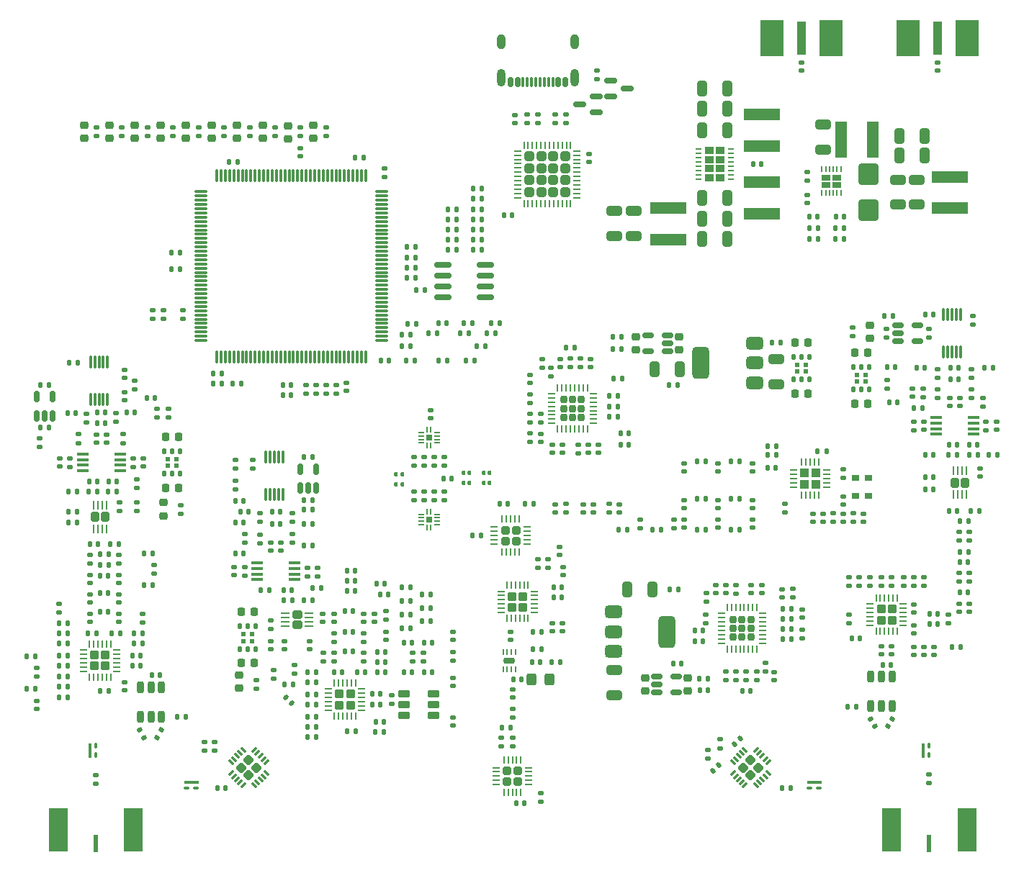
<source format=gtp>
G04 #@! TF.GenerationSoftware,KiCad,Pcbnew,8.0.0*
G04 #@! TF.CreationDate,2024-02-29T19:33:08-05:00*
G04 #@! TF.ProjectId,VNA,564e412e-6b69-4636-9164-5f7063625858,rev?*
G04 #@! TF.SameCoordinates,PX535a28cPY8422900*
G04 #@! TF.FileFunction,Paste,Top*
G04 #@! TF.FilePolarity,Positive*
%FSLAX46Y46*%
G04 Gerber Fmt 4.6, Leading zero omitted, Abs format (unit mm)*
G04 Created by KiCad (PCBNEW 8.0.0) date 2024-02-29 19:33:08*
%MOMM*%
%LPD*%
G01*
G04 APERTURE LIST*
G04 Aperture macros list*
%AMRoundRect*
0 Rectangle with rounded corners*
0 $1 Rounding radius*
0 $2 $3 $4 $5 $6 $7 $8 $9 X,Y pos of 4 corners*
0 Add a 4 corners polygon primitive as box body*
4,1,4,$2,$3,$4,$5,$6,$7,$8,$9,$2,$3,0*
0 Add four circle primitives for the rounded corners*
1,1,$1+$1,$2,$3*
1,1,$1+$1,$4,$5*
1,1,$1+$1,$6,$7*
1,1,$1+$1,$8,$9*
0 Add four rect primitives between the rounded corners*
20,1,$1+$1,$2,$3,$4,$5,0*
20,1,$1+$1,$4,$5,$6,$7,0*
20,1,$1+$1,$6,$7,$8,$9,0*
20,1,$1+$1,$8,$9,$2,$3,0*%
G04 Aperture macros list end*
%ADD10RoundRect,0.140000X-0.140000X-0.170000X0.140000X-0.170000X0.140000X0.170000X-0.140000X0.170000X0*%
%ADD11RoundRect,0.140000X0.170000X-0.140000X0.170000X0.140000X-0.170000X0.140000X-0.170000X-0.140000X0*%
%ADD12RoundRect,0.140000X-0.170000X0.140000X-0.170000X-0.140000X0.170000X-0.140000X0.170000X0.140000X0*%
%ADD13RoundRect,0.112500X-0.112500X0.202500X-0.112500X-0.202500X0.112500X-0.202500X0.112500X0.202500X0*%
%ADD14R,0.630000X0.480000*%
%ADD15RoundRect,0.135000X0.135000X0.185000X-0.135000X0.185000X-0.135000X-0.185000X0.135000X-0.185000X0*%
%ADD16RoundRect,0.135000X-0.135000X-0.185000X0.135000X-0.185000X0.135000X0.185000X-0.135000X0.185000X0*%
%ADD17RoundRect,0.135000X0.185000X-0.135000X0.185000X0.135000X-0.185000X0.135000X-0.185000X-0.135000X0*%
%ADD18RoundRect,0.147500X-0.172500X0.147500X-0.172500X-0.147500X0.172500X-0.147500X0.172500X0.147500X0*%
%ADD19RoundRect,0.140000X0.140000X0.170000X-0.140000X0.170000X-0.140000X-0.170000X0.140000X-0.170000X0*%
%ADD20RoundRect,0.150000X-0.512500X-0.150000X0.512500X-0.150000X0.512500X0.150000X-0.512500X0.150000X0*%
%ADD21RoundRect,0.250000X0.325000X0.650000X-0.325000X0.650000X-0.325000X-0.650000X0.325000X-0.650000X0*%
%ADD22RoundRect,0.135000X-0.185000X0.135000X-0.185000X-0.135000X0.185000X-0.135000X0.185000X0.135000X0*%
%ADD23RoundRect,0.225000X-0.225000X-0.250000X0.225000X-0.250000X0.225000X0.250000X-0.225000X0.250000X0*%
%ADD24R,1.400000X4.200000*%
%ADD25RoundRect,0.250000X0.255000X0.255000X-0.255000X0.255000X-0.255000X-0.255000X0.255000X-0.255000X0*%
%ADD26RoundRect,0.062500X0.350000X0.062500X-0.350000X0.062500X-0.350000X-0.062500X0.350000X-0.062500X0*%
%ADD27RoundRect,0.062500X0.062500X0.350000X-0.062500X0.350000X-0.062500X-0.350000X0.062500X-0.350000X0*%
%ADD28RoundRect,0.225000X0.225000X0.250000X-0.225000X0.250000X-0.225000X-0.250000X0.225000X-0.250000X0*%
%ADD29RoundRect,0.147500X0.172500X-0.147500X0.172500X0.147500X-0.172500X0.147500X-0.172500X-0.147500X0*%
%ADD30RoundRect,0.250000X0.325000X0.450000X-0.325000X0.450000X-0.325000X-0.450000X0.325000X-0.450000X0*%
%ADD31RoundRect,0.200000X-0.500000X-0.200000X0.500000X-0.200000X0.500000X0.200000X-0.500000X0.200000X0*%
%ADD32RoundRect,0.105975X0.105975X-0.179475X0.105975X0.179475X-0.105975X0.179475X-0.105975X-0.179475X0*%
%ADD33RoundRect,0.218750X0.256250X-0.218750X0.256250X0.218750X-0.256250X0.218750X-0.256250X-0.218750X0*%
%ADD34RoundRect,0.150000X0.150000X0.425000X-0.150000X0.425000X-0.150000X-0.425000X0.150000X-0.425000X0*%
%ADD35RoundRect,0.075000X0.075000X0.500000X-0.075000X0.500000X-0.075000X-0.500000X0.075000X-0.500000X0*%
%ADD36O,1.000000X2.100000*%
%ADD37O,1.000000X1.800000*%
%ADD38RoundRect,0.075000X0.075000X-0.662500X0.075000X0.662500X-0.075000X0.662500X-0.075000X-0.662500X0*%
%ADD39RoundRect,0.075000X0.662500X-0.075000X0.662500X0.075000X-0.662500X0.075000X-0.662500X-0.075000X0*%
%ADD40RoundRect,0.225000X-0.250000X0.225000X-0.250000X-0.225000X0.250000X-0.225000X0.250000X0.225000X0*%
%ADD41RoundRect,0.250000X0.650000X-0.325000X0.650000X0.325000X-0.650000X0.325000X-0.650000X-0.325000X0*%
%ADD42RoundRect,0.242500X0.342500X0.242500X-0.342500X0.242500X-0.342500X-0.242500X0.342500X-0.242500X0*%
%ADD43RoundRect,0.062500X0.412500X0.062500X-0.412500X0.062500X-0.412500X-0.062500X0.412500X-0.062500X0*%
%ADD44R,1.450000X0.450000*%
%ADD45RoundRect,0.147500X0.147500X0.172500X-0.147500X0.172500X-0.147500X-0.172500X0.147500X-0.172500X0*%
%ADD46R,4.200000X1.400000*%
%ADD47RoundRect,0.147500X-0.147500X-0.172500X0.147500X-0.172500X0.147500X0.172500X-0.147500X0.172500X0*%
%ADD48R,1.000000X0.640000*%
%ADD49R,0.250000X0.700000*%
%ADD50RoundRect,0.140000X0.219203X0.021213X0.021213X0.219203X-0.219203X-0.021213X-0.021213X-0.219203X0*%
%ADD51RoundRect,0.207500X0.207500X-0.207500X0.207500X0.207500X-0.207500X0.207500X-0.207500X-0.207500X0*%
%ADD52RoundRect,0.062500X0.062500X-0.375000X0.062500X0.375000X-0.062500X0.375000X-0.062500X-0.375000X0*%
%ADD53RoundRect,0.062500X0.375000X-0.062500X0.375000X0.062500X-0.375000X0.062500X-0.375000X-0.062500X0*%
%ADD54RoundRect,0.150000X0.587500X0.150000X-0.587500X0.150000X-0.587500X-0.150000X0.587500X-0.150000X0*%
%ADD55RoundRect,0.225000X0.250000X-0.225000X0.250000X0.225000X-0.250000X0.225000X-0.250000X-0.225000X0*%
%ADD56RoundRect,0.250000X-0.275000X0.275000X-0.275000X-0.275000X0.275000X-0.275000X0.275000X0.275000X0*%
%ADD57RoundRect,0.062500X-0.062500X0.350000X-0.062500X-0.350000X0.062500X-0.350000X0.062500X0.350000X0*%
%ADD58RoundRect,0.062500X-0.350000X0.062500X-0.350000X-0.062500X0.350000X-0.062500X0.350000X0.062500X0*%
%ADD59RoundRect,0.242500X0.242500X-0.342500X0.242500X0.342500X-0.242500X0.342500X-0.242500X-0.342500X0*%
%ADD60RoundRect,0.062500X0.062500X-0.412500X0.062500X0.412500X-0.062500X0.412500X-0.062500X-0.412500X0*%
%ADD61RoundRect,0.135000X-0.092715X0.209413X-0.227715X-0.024413X0.092715X-0.209413X0.227715X0.024413X0*%
%ADD62RoundRect,0.250000X0.315000X-0.315000X0.315000X0.315000X-0.315000X0.315000X-0.315000X-0.315000X0*%
%ADD63R,0.600000X2.100000*%
%ADD64R,2.286000X5.080000*%
%ADD65RoundRect,0.207500X-0.207500X0.207500X-0.207500X-0.207500X0.207500X-0.207500X0.207500X0.207500X0*%
%ADD66RoundRect,0.062500X-0.062500X0.375000X-0.062500X-0.375000X0.062500X-0.375000X0.062500X0.375000X0*%
%ADD67RoundRect,0.062500X-0.375000X0.062500X-0.375000X-0.062500X0.375000X-0.062500X0.375000X0.062500X0*%
%ADD68RoundRect,0.075000X0.075000X-0.650000X0.075000X0.650000X-0.075000X0.650000X-0.075000X-0.650000X0*%
%ADD69RoundRect,0.140000X-0.021213X0.219203X-0.219203X0.021213X0.021213X-0.219203X0.219203X-0.021213X0*%
%ADD70RoundRect,0.187500X0.262500X-0.187500X0.262500X0.187500X-0.262500X0.187500X-0.262500X-0.187500X0*%
%ADD71RoundRect,0.250000X-0.255000X-0.255000X0.255000X-0.255000X0.255000X0.255000X-0.255000X0.255000X0*%
%ADD72RoundRect,0.062500X-0.350000X-0.062500X0.350000X-0.062500X0.350000X0.062500X-0.350000X0.062500X0*%
%ADD73RoundRect,0.062500X-0.062500X-0.350000X0.062500X-0.350000X0.062500X0.350000X-0.062500X0.350000X0*%
%ADD74RoundRect,0.150000X0.150000X-0.512500X0.150000X0.512500X-0.150000X0.512500X-0.150000X-0.512500X0*%
%ADD75RoundRect,0.250000X-0.275000X-0.275000X0.275000X-0.275000X0.275000X0.275000X-0.275000X0.275000X0*%
%ADD76RoundRect,0.075000X0.225000X0.075000X-0.225000X0.075000X-0.225000X-0.075000X0.225000X-0.075000X0*%
%ADD77RoundRect,0.087500X0.762500X0.087500X-0.762500X0.087500X-0.762500X-0.087500X0.762500X-0.087500X0*%
%ADD78RoundRect,0.250000X-0.650000X0.325000X-0.650000X-0.325000X0.650000X-0.325000X0.650000X0.325000X0*%
%ADD79RoundRect,0.150000X0.512500X0.150000X-0.512500X0.150000X-0.512500X-0.150000X0.512500X-0.150000X0*%
%ADD80RoundRect,0.112500X0.112500X-0.202500X0.112500X0.202500X-0.112500X0.202500X-0.112500X-0.202500X0*%
%ADD81RoundRect,0.075000X-0.075000X0.225000X-0.075000X-0.225000X0.075000X-0.225000X0.075000X0.225000X0*%
%ADD82RoundRect,0.087500X-0.087500X0.762500X-0.087500X-0.762500X0.087500X-0.762500X0.087500X0.762500X0*%
%ADD83RoundRect,0.135000X-0.227715X0.024413X-0.092715X-0.209413X0.227715X-0.024413X0.092715X0.209413X0*%
%ADD84R,1.000000X4.000000*%
%ADD85R,2.667000X4.191000*%
%ADD86RoundRect,0.250000X0.900000X-1.000000X0.900000X1.000000X-0.900000X1.000000X-0.900000X-1.000000X0*%
%ADD87RoundRect,0.100000X0.000000X-0.244000X0.000000X0.244000X0.000000X0.244000X0.000000X-0.244000X0*%
%ADD88RoundRect,0.100000X0.244000X0.000000X-0.244000X0.000000X-0.244000X0.000000X0.244000X0.000000X0*%
%ADD89R,0.760000X0.760000*%
%ADD90RoundRect,0.375000X0.625000X0.375000X-0.625000X0.375000X-0.625000X-0.375000X0.625000X-0.375000X0*%
%ADD91RoundRect,0.500000X0.500000X1.400000X-0.500000X1.400000X-0.500000X-1.400000X0.500000X-1.400000X0*%
%ADD92RoundRect,0.150000X0.825000X0.150000X-0.825000X0.150000X-0.825000X-0.150000X0.825000X-0.150000X0*%
%ADD93RoundRect,0.182500X-0.462500X0.182500X-0.462500X-0.182500X0.462500X-0.182500X0.462500X0.182500X0*%
%ADD94RoundRect,0.062500X-0.062500X0.300000X-0.062500X-0.300000X0.062500X-0.300000X0.062500X0.300000X0*%
%ADD95RoundRect,0.100000X0.000000X0.244000X0.000000X-0.244000X0.000000X-0.244000X0.000000X0.244000X0*%
%ADD96RoundRect,0.100000X-0.244000X0.000000X0.244000X0.000000X0.244000X0.000000X-0.244000X0.000000X0*%
%ADD97RoundRect,0.200000X-0.200000X0.500000X-0.200000X-0.500000X0.200000X-0.500000X0.200000X0.500000X0*%
%ADD98RoundRect,0.150000X-0.587500X-0.150000X0.587500X-0.150000X0.587500X0.150000X-0.587500X0.150000X0*%
%ADD99RoundRect,0.250000X0.000000X-0.360624X0.360624X0.000000X0.000000X0.360624X-0.360624X0.000000X0*%
%ADD100RoundRect,0.062500X-0.203293X-0.291682X0.291682X0.203293X0.203293X0.291682X-0.291682X-0.203293X0*%
%ADD101RoundRect,0.062500X0.203293X-0.291682X0.291682X-0.203293X-0.203293X0.291682X-0.291682X0.203293X0*%
%ADD102R,1.000000X0.860000*%
%ADD103R,0.700000X0.250000*%
%ADD104RoundRect,0.250000X0.295000X0.295000X-0.295000X0.295000X-0.295000X-0.295000X0.295000X-0.295000X0*%
%ADD105RoundRect,0.062500X0.337500X0.062500X-0.337500X0.062500X-0.337500X-0.062500X0.337500X-0.062500X0*%
%ADD106RoundRect,0.062500X0.062500X0.337500X-0.062500X0.337500X-0.062500X-0.337500X0.062500X-0.337500X0*%
%ADD107RoundRect,0.140000X0.021213X-0.219203X0.219203X-0.021213X-0.021213X0.219203X-0.219203X0.021213X0*%
%ADD108RoundRect,0.375000X-0.625000X-0.375000X0.625000X-0.375000X0.625000X0.375000X-0.625000X0.375000X0*%
%ADD109RoundRect,0.500000X-0.500000X-1.400000X0.500000X-1.400000X0.500000X1.400000X-0.500000X1.400000X0*%
G04 APERTURE END LIST*
D10*
X16520000Y23800000D03*
X17480000Y23800000D03*
D11*
X64000000Y31520000D03*
X64000000Y32480000D03*
D12*
X85200000Y43780000D03*
X85200000Y42820000D03*
D13*
X95950000Y56340000D03*
X95000000Y56340000D03*
X94050000Y56340000D03*
X94050000Y53660000D03*
X95000000Y53660000D03*
X95950000Y53660000D03*
D14*
X95525000Y55400000D03*
X94475000Y55400000D03*
X95525000Y54600000D03*
X94475000Y54600000D03*
D15*
X87710000Y44000000D03*
X86690000Y44000000D03*
D16*
X41590000Y12300000D03*
X42610000Y12300000D03*
D17*
X51800000Y39490000D03*
X51800000Y40510000D03*
D18*
X44790000Y26115000D03*
X44790000Y25145000D03*
D19*
X50680000Y64200000D03*
X49720000Y64200000D03*
D20*
X106362500Y60050000D03*
X106362500Y59100000D03*
X106362500Y58150000D03*
X108637500Y58150000D03*
X108637500Y60050000D03*
D11*
X95700000Y74420000D03*
X95700000Y75380000D03*
D21*
X86275000Y72600000D03*
X83325000Y72600000D03*
D19*
X42230000Y21650000D03*
X41270000Y21650000D03*
D22*
X22300000Y61810000D03*
X22300000Y60790000D03*
D19*
X8680000Y23800000D03*
X7720000Y23800000D03*
D23*
X29125000Y26300000D03*
X30675000Y26300000D03*
D10*
X63420000Y21900000D03*
X64380000Y21900000D03*
D19*
X49180000Y22700000D03*
X48220000Y22700000D03*
D10*
X109520000Y42200000D03*
X110480000Y42200000D03*
X16520000Y22600000D03*
X17480000Y22600000D03*
D12*
X40300000Y52980000D03*
X40300000Y52020000D03*
D16*
X47990000Y26000000D03*
X49010000Y26000000D03*
D24*
X99650000Y81900000D03*
X103350000Y81900000D03*
D25*
X61625000Y6375000D03*
X61625000Y7625000D03*
X60375000Y6375000D03*
X60375000Y7625000D03*
D26*
X62937500Y6000000D03*
X62937500Y6500000D03*
X62937500Y7000000D03*
X62937500Y7500000D03*
X62937500Y8000000D03*
D27*
X62000000Y8937500D03*
X61500000Y8937500D03*
X61000000Y8937500D03*
X60500000Y8937500D03*
X60000000Y8937500D03*
D26*
X59062500Y8000000D03*
X59062500Y7500000D03*
X59062500Y7000000D03*
X59062500Y6500000D03*
X59062500Y6000000D03*
D27*
X60000000Y5062500D03*
X60500000Y5062500D03*
X61000000Y5062500D03*
X61500000Y5062500D03*
X62000000Y5062500D03*
D10*
X5520000Y53000000D03*
X6480000Y53000000D03*
D17*
X54000000Y20590000D03*
X54000000Y21610000D03*
D28*
X102775000Y56800000D03*
X101225000Y56800000D03*
D10*
X48620000Y66800000D03*
X49580000Y66800000D03*
D15*
X4910000Y17300000D03*
X3890000Y17300000D03*
D19*
X83980000Y17100000D03*
X83020000Y17100000D03*
D15*
X8710000Y17500000D03*
X7690000Y17500000D03*
D11*
X66600000Y55120000D03*
X66600000Y56080000D03*
D19*
X49180000Y19200000D03*
X48220000Y19200000D03*
D21*
X109475000Y80000000D03*
X106525000Y80000000D03*
D22*
X84000000Y10110000D03*
X84000000Y9090000D03*
D15*
X35210000Y17800000D03*
X34190000Y17800000D03*
D12*
X15400000Y52180000D03*
X15400000Y51220000D03*
D11*
X5100000Y14920000D03*
X5100000Y15880000D03*
D29*
X40000000Y25115000D03*
X40000000Y26085000D03*
D22*
X64000000Y84810000D03*
X64000000Y83790000D03*
D15*
X87710000Y39600000D03*
X86690000Y39600000D03*
D11*
X46100000Y25420000D03*
X46100000Y26380000D03*
D12*
X73600000Y38980000D03*
X73600000Y38020000D03*
D11*
X61300000Y83820000D03*
X61300000Y84780000D03*
D12*
X64468900Y56023600D03*
X64468900Y55063600D03*
D22*
X22000000Y38910000D03*
X22000000Y37890000D03*
D21*
X86275000Y87900000D03*
X83325000Y87900000D03*
D15*
X101410000Y15200000D03*
X100390000Y15200000D03*
D11*
X96300000Y36920000D03*
X96300000Y37880000D03*
D10*
X105020000Y55100000D03*
X105980000Y55100000D03*
D30*
X65325000Y18400000D03*
X63275000Y18400000D03*
D22*
X15100000Y83310000D03*
X15100000Y82290000D03*
D12*
X54000000Y18580000D03*
X54000000Y17620000D03*
D11*
X104400000Y21320000D03*
X104400000Y22280000D03*
D10*
X8720000Y49700000D03*
X9680000Y49700000D03*
D16*
X92790000Y23100000D03*
X93810000Y23100000D03*
D15*
X115710000Y44800000D03*
X114690000Y44800000D03*
D19*
X64280000Y20400000D03*
X63320000Y20400000D03*
D17*
X16600000Y52490000D03*
X16600000Y53510000D03*
X72400000Y37990000D03*
X72400000Y39010000D03*
D10*
X112520000Y53700000D03*
X113480000Y53700000D03*
D16*
X44890000Y12200000D03*
X45910000Y12200000D03*
D19*
X42480000Y30000000D03*
X41520000Y30000000D03*
D12*
X65700000Y45980000D03*
X65700000Y45020000D03*
D31*
X48285000Y14150000D03*
X48285000Y15400000D03*
X48285000Y16650000D03*
X51715000Y16650000D03*
X51715000Y15400000D03*
X51715000Y14150000D03*
D11*
X11300000Y25120000D03*
X11300000Y26080000D03*
X110000000Y6220000D03*
X110000000Y7180000D03*
D10*
X15620000Y49800000D03*
X16580000Y49800000D03*
D11*
X54000000Y12920000D03*
X54000000Y13880000D03*
D16*
X50390000Y25200000D03*
X51410000Y25200000D03*
D12*
X60800000Y23980000D03*
X60800000Y23020000D03*
D15*
X114610000Y37000000D03*
X113590000Y37000000D03*
D12*
X92700000Y28980000D03*
X92700000Y28020000D03*
D19*
X73380000Y50500000D03*
X72420000Y50500000D03*
D12*
X110600000Y22180000D03*
X110600000Y21220000D03*
D22*
X31300000Y37910000D03*
X31300000Y36890000D03*
D32*
X47350000Y41300400D03*
X48050000Y41300400D03*
X48050000Y42499600D03*
X47350000Y42499600D03*
D33*
X10620000Y82032500D03*
X10620000Y83607500D03*
D17*
X9000000Y43390000D03*
X9000000Y44410000D03*
D15*
X53310000Y55900000D03*
X52290000Y55900000D03*
D17*
X50600000Y39490000D03*
X50600000Y40510000D03*
D19*
X28678900Y79283600D03*
X27718900Y79283600D03*
D34*
X67198900Y88623600D03*
X66398900Y88623600D03*
D35*
X65248900Y88623600D03*
X64248900Y88623600D03*
X63748900Y88623600D03*
X62748900Y88623600D03*
D34*
X61598900Y88623600D03*
X60798900Y88623600D03*
X60798900Y88623600D03*
X61598900Y88623600D03*
D35*
X62248900Y88623600D03*
X63248900Y88623600D03*
X64748900Y88623600D03*
X65748900Y88623600D03*
D34*
X66398900Y88623600D03*
X67198900Y88623600D03*
D36*
X68318900Y89198600D03*
D37*
X68318900Y93378600D03*
D36*
X59678900Y89198600D03*
D37*
X59678900Y93378600D03*
D38*
X26250000Y56337500D03*
X26750000Y56337500D03*
X27250000Y56337500D03*
X27750000Y56337500D03*
X28250000Y56337500D03*
X28750000Y56337500D03*
X29250000Y56337500D03*
X29750000Y56337500D03*
X30250000Y56337500D03*
X30750000Y56337500D03*
X31250000Y56337500D03*
X31750000Y56337500D03*
X32250000Y56337500D03*
X32750000Y56337500D03*
X33250000Y56337500D03*
X33750000Y56337500D03*
X34250000Y56337500D03*
X34750000Y56337500D03*
X35250000Y56337500D03*
X35750000Y56337500D03*
X36250000Y56337500D03*
X36750000Y56337500D03*
X37250000Y56337500D03*
X37750000Y56337500D03*
X38250000Y56337500D03*
X38750000Y56337500D03*
X39250000Y56337500D03*
X39750000Y56337500D03*
X40250000Y56337500D03*
X40750000Y56337500D03*
X41250000Y56337500D03*
X41750000Y56337500D03*
X42250000Y56337500D03*
X42750000Y56337500D03*
X43250000Y56337500D03*
X43750000Y56337500D03*
D39*
X45662500Y58250000D03*
X45662500Y58750000D03*
X45662500Y59250000D03*
X45662500Y59750000D03*
X45662500Y60250000D03*
X45662500Y60750000D03*
X45662500Y61250000D03*
X45662500Y61750000D03*
X45662500Y62250000D03*
X45662500Y62750000D03*
X45662500Y63250000D03*
X45662500Y63750000D03*
X45662500Y64250000D03*
X45662500Y64750000D03*
X45662500Y65250000D03*
X45662500Y65750000D03*
X45662500Y66250000D03*
X45662500Y66750000D03*
X45662500Y67250000D03*
X45662500Y67750000D03*
X45662500Y68250000D03*
X45662500Y68750000D03*
X45662500Y69250000D03*
X45662500Y69750000D03*
X45662500Y70250000D03*
X45662500Y70750000D03*
X45662500Y71250000D03*
X45662500Y71750000D03*
X45662500Y72250000D03*
X45662500Y72750000D03*
X45662500Y73250000D03*
X45662500Y73750000D03*
X45662500Y74250000D03*
X45662500Y74750000D03*
X45662500Y75250000D03*
X45662500Y75750000D03*
D38*
X43750000Y77662500D03*
X43250000Y77662500D03*
X42750000Y77662500D03*
X42250000Y77662500D03*
X41750000Y77662500D03*
X41250000Y77662500D03*
X40750000Y77662500D03*
X40250000Y77662500D03*
X39750000Y77662500D03*
X39250000Y77662500D03*
X38750000Y77662500D03*
X38250000Y77662500D03*
X37750000Y77662500D03*
X37250000Y77662500D03*
X36750000Y77662500D03*
X36250000Y77662500D03*
X35750000Y77662500D03*
X35250000Y77662500D03*
X34750000Y77662500D03*
X34250000Y77662500D03*
X33750000Y77662500D03*
X33250000Y77662500D03*
X32750000Y77662500D03*
X32250000Y77662500D03*
X31750000Y77662500D03*
X31250000Y77662500D03*
X30750000Y77662500D03*
X30250000Y77662500D03*
X29750000Y77662500D03*
X29250000Y77662500D03*
X28750000Y77662500D03*
X28250000Y77662500D03*
X27750000Y77662500D03*
X27250000Y77662500D03*
X26750000Y77662500D03*
X26250000Y77662500D03*
D39*
X24337500Y75750000D03*
X24337500Y75250000D03*
X24337500Y74750000D03*
X24337500Y74250000D03*
X24337500Y73750000D03*
X24337500Y73250000D03*
X24337500Y72750000D03*
X24337500Y72250000D03*
X24337500Y71750000D03*
X24337500Y71250000D03*
X24337500Y70750000D03*
X24337500Y70250000D03*
X24337500Y69750000D03*
X24337500Y69250000D03*
X24337500Y68750000D03*
X24337500Y68250000D03*
X24337500Y67750000D03*
X24337500Y67250000D03*
X24337500Y66750000D03*
X24337500Y66250000D03*
X24337500Y65750000D03*
X24337500Y65250000D03*
X24337500Y64750000D03*
X24337500Y64250000D03*
X24337500Y63750000D03*
X24337500Y63250000D03*
X24337500Y62750000D03*
X24337500Y62250000D03*
X24337500Y61750000D03*
X24337500Y61250000D03*
X24337500Y60750000D03*
X24337500Y60250000D03*
X24337500Y59750000D03*
X24337500Y59250000D03*
X24337500Y58750000D03*
X24337500Y58250000D03*
D10*
X95920000Y72800000D03*
X96880000Y72800000D03*
D19*
X60480000Y39000000D03*
X59520000Y39000000D03*
D29*
X40000000Y22815000D03*
X40000000Y23785000D03*
D19*
X45980000Y29600000D03*
X45020000Y29600000D03*
D40*
X20000000Y39175000D03*
X20000000Y37625000D03*
D19*
X42480000Y31200000D03*
X41520000Y31200000D03*
X12180000Y41700000D03*
X11220000Y41700000D03*
D11*
X104400000Y29420000D03*
X104400000Y30380000D03*
D19*
X109180000Y50300000D03*
X108220000Y50300000D03*
D10*
X52920000Y42000000D03*
X53880000Y42000000D03*
D19*
X99980000Y72800000D03*
X99020000Y72800000D03*
D22*
X61000000Y11510000D03*
X61000000Y10490000D03*
D17*
X116300000Y50490000D03*
X116300000Y51510000D03*
D15*
X91998900Y44813600D03*
X90978900Y44813600D03*
D10*
X44920000Y13400000D03*
X45880000Y13400000D03*
D41*
X108500000Y74225000D03*
X108500000Y77175000D03*
D42*
X35700000Y24800000D03*
X35700000Y26000000D03*
D43*
X37100000Y24650000D03*
X37100000Y25150000D03*
X37100000Y25650000D03*
X37100000Y26150000D03*
X34300000Y26150000D03*
X34300000Y25650000D03*
X34300000Y25150000D03*
X34300000Y24650000D03*
D44*
X35400000Y30125000D03*
X35400000Y30775000D03*
X35400000Y31425000D03*
X35400000Y32075000D03*
X31000000Y32075000D03*
X31000000Y31425000D03*
X31000000Y30775000D03*
X31000000Y30125000D03*
D45*
X43685000Y19200000D03*
X42715000Y19200000D03*
D10*
X45120000Y19200000D03*
X46080000Y19200000D03*
D17*
X83800000Y27490000D03*
X83800000Y28510000D03*
X109400000Y29390000D03*
X109400000Y30410000D03*
D46*
X90300000Y81150000D03*
X90300000Y84850000D03*
D47*
X11115000Y23800000D03*
X12085000Y23800000D03*
D29*
X43500000Y25115000D03*
X43500000Y26085000D03*
D10*
X32720000Y38100000D03*
X33680000Y38100000D03*
D21*
X86275000Y83000000D03*
X83325000Y83000000D03*
D48*
X97905000Y76585000D03*
X99095000Y76585000D03*
X97905000Y77415000D03*
X99095000Y77415000D03*
D49*
X97375000Y75600000D03*
X97825000Y75600000D03*
X98275000Y75600000D03*
X98725000Y75600000D03*
X99175000Y75600000D03*
X99625000Y75600000D03*
X99625000Y78400000D03*
X99175000Y78400000D03*
X98725000Y78400000D03*
X98275000Y78400000D03*
X97825000Y78400000D03*
X97375000Y78400000D03*
D10*
X8820000Y36800000D03*
X9780000Y36800000D03*
D40*
X81600000Y18575000D03*
X81600000Y17025000D03*
D16*
X25790000Y53200000D03*
X26810000Y53200000D03*
D28*
X102775000Y50800000D03*
X101225000Y50800000D03*
D17*
X62700000Y83790000D03*
X62700000Y84810000D03*
D11*
X70200000Y55120000D03*
X70200000Y56080000D03*
D50*
X35039411Y15560589D03*
X34360589Y16239411D03*
D22*
X93000000Y39010000D03*
X93000000Y37990000D03*
D17*
X68700000Y44990000D03*
X68700000Y46010000D03*
D33*
X25620000Y82032500D03*
X25620000Y83607500D03*
D19*
X83380000Y22900000D03*
X82420000Y22900000D03*
D10*
X92720000Y5600000D03*
X93680000Y5600000D03*
D22*
X114700000Y35710000D03*
X114700000Y34690000D03*
D17*
X101800000Y29390000D03*
X101800000Y30410000D03*
D10*
X45120000Y20400000D03*
X46080000Y20400000D03*
D12*
X13300000Y47180000D03*
X13300000Y46220000D03*
D17*
X53000000Y43490000D03*
X53000000Y44510000D03*
D10*
X36920000Y11600000D03*
X37880000Y11600000D03*
D22*
X87300000Y29510000D03*
X87300000Y28490000D03*
D11*
X95100000Y25620000D03*
X95100000Y26580000D03*
D51*
X86970000Y23370000D03*
X88000000Y23370000D03*
X89030000Y23370000D03*
X86970000Y24400000D03*
X88000000Y24400000D03*
X89030000Y24400000D03*
X86970000Y25430000D03*
X88000000Y25430000D03*
X89030000Y25430000D03*
D52*
X86250000Y21962500D03*
X86750000Y21962500D03*
X87250000Y21962500D03*
X87750000Y21962500D03*
X88250000Y21962500D03*
X88750000Y21962500D03*
X89250000Y21962500D03*
X89750000Y21962500D03*
D53*
X90437500Y22650000D03*
X90437500Y23150000D03*
X90437500Y23650000D03*
X90437500Y24150000D03*
X90437500Y24650000D03*
X90437500Y25150000D03*
X90437500Y25650000D03*
X90437500Y26150000D03*
D52*
X89750000Y26837500D03*
X89250000Y26837500D03*
X88750000Y26837500D03*
X88250000Y26837500D03*
X87750000Y26837500D03*
X87250000Y26837500D03*
X86750000Y26837500D03*
X86250000Y26837500D03*
D53*
X85562500Y26150000D03*
X85562500Y25650000D03*
X85562500Y25150000D03*
X85562500Y24650000D03*
X85562500Y24150000D03*
X85562500Y23650000D03*
X85562500Y23150000D03*
X85562500Y22650000D03*
D54*
X70816400Y85063600D03*
X70816400Y86963600D03*
X68941400Y86013600D03*
D55*
X103000000Y58525000D03*
X103000000Y60075000D03*
D19*
X32380000Y28900000D03*
X31420000Y28900000D03*
D16*
X116990000Y44800000D03*
X118010000Y44800000D03*
X98990000Y71500000D03*
X100010000Y71500000D03*
D12*
X71100000Y45980000D03*
X71100000Y45020000D03*
D17*
X28400000Y40690000D03*
X28400000Y41710000D03*
D56*
X62250000Y28150000D03*
X60950000Y28150000D03*
X62250000Y26850000D03*
X60950000Y26850000D03*
D57*
X62850000Y29437500D03*
X62350000Y29437500D03*
X61850000Y29437500D03*
X61350000Y29437500D03*
X60850000Y29437500D03*
X60350000Y29437500D03*
D58*
X59662500Y28750000D03*
X59662500Y28250000D03*
X59662500Y27750000D03*
X59662500Y27250000D03*
X59662500Y26750000D03*
X59662500Y26250000D03*
D57*
X60350000Y25562500D03*
X60850000Y25562500D03*
X61350000Y25562500D03*
X61850000Y25562500D03*
X62350000Y25562500D03*
X62850000Y25562500D03*
D58*
X63537500Y26250000D03*
X63537500Y26750000D03*
X63537500Y27250000D03*
X63537500Y27750000D03*
X63537500Y28250000D03*
X63537500Y28750000D03*
D29*
X114700000Y29915000D03*
X114700000Y30885000D03*
D11*
X89200000Y36220000D03*
X89200000Y37180000D03*
D22*
X50600000Y44510000D03*
X50600000Y43490000D03*
D12*
X69300000Y38980000D03*
X69300000Y38020000D03*
D59*
X113000000Y41500000D03*
X114200000Y41500000D03*
D60*
X112850000Y40100000D03*
X113350000Y40100000D03*
X113850000Y40100000D03*
X114350000Y40100000D03*
X114350000Y42900000D03*
X113850000Y42900000D03*
X113350000Y42900000D03*
X112850000Y42900000D03*
D29*
X11300000Y27415000D03*
X11300000Y28385000D03*
D16*
X72890000Y53800000D03*
X73910000Y53800000D03*
D19*
X13480000Y26300000D03*
X12520000Y26300000D03*
D32*
X55250000Y41500400D03*
X55950000Y41500400D03*
X55950000Y42699600D03*
X55250000Y42699600D03*
D10*
X110020000Y26100000D03*
X110980000Y26100000D03*
X28120000Y53200000D03*
X29080000Y53200000D03*
D11*
X14800000Y38220000D03*
X14800000Y39180000D03*
D12*
X97500000Y37880000D03*
X97500000Y36920000D03*
D17*
X20000000Y60790000D03*
X20000000Y61810000D03*
D10*
X109520000Y61300000D03*
X110480000Y61300000D03*
D55*
X75500000Y57125000D03*
X75500000Y58675000D03*
D15*
X49510000Y55900000D03*
X48490000Y55900000D03*
D11*
X108200000Y29420000D03*
X108200000Y30380000D03*
D10*
X50620000Y22700000D03*
X51580000Y22700000D03*
D61*
X19755000Y12441673D03*
X19245000Y11558327D03*
D45*
X62085000Y18400000D03*
X61115000Y18400000D03*
D62*
X63000000Y75700000D03*
X64400000Y75700000D03*
X65800000Y75700000D03*
X67200000Y75700000D03*
X63000000Y77100000D03*
X64400000Y77100000D03*
X65800000Y77100000D03*
X67200000Y77100000D03*
X63000000Y78500000D03*
X64400000Y78500000D03*
X65800000Y78500000D03*
X67200000Y78500000D03*
X63000000Y79900000D03*
X64400000Y79900000D03*
X65800000Y79900000D03*
X67200000Y79900000D03*
D52*
X62350000Y74362500D03*
X62850000Y74362500D03*
X63350000Y74362500D03*
X63850000Y74362500D03*
X64350000Y74362500D03*
X64850000Y74362500D03*
X65350000Y74362500D03*
X65850000Y74362500D03*
X66350000Y74362500D03*
X66850000Y74362500D03*
X67350000Y74362500D03*
X67850000Y74362500D03*
D53*
X68537500Y75050000D03*
X68537500Y75550000D03*
X68537500Y76050000D03*
X68537500Y76550000D03*
X68537500Y77050000D03*
X68537500Y77550000D03*
X68537500Y78050000D03*
X68537500Y78550000D03*
X68537500Y79050000D03*
X68537500Y79550000D03*
X68537500Y80050000D03*
X68537500Y80550000D03*
D52*
X67850000Y81237500D03*
X67350000Y81237500D03*
X66850000Y81237500D03*
X66350000Y81237500D03*
X65850000Y81237500D03*
X65350000Y81237500D03*
X64850000Y81237500D03*
X64350000Y81237500D03*
X63850000Y81237500D03*
X63350000Y81237500D03*
X62850000Y81237500D03*
X62350000Y81237500D03*
D53*
X61662500Y80550000D03*
X61662500Y80050000D03*
X61662500Y79550000D03*
X61662500Y79050000D03*
X61662500Y78550000D03*
X61662500Y78050000D03*
X61662500Y77550000D03*
X61662500Y77050000D03*
X61662500Y76550000D03*
X61662500Y76050000D03*
X61662500Y75550000D03*
X61662500Y75050000D03*
D15*
X14510000Y40500000D03*
X13490000Y40500000D03*
D11*
X12000000Y6120000D03*
X12000000Y7080000D03*
D17*
X108200000Y47690000D03*
X108200000Y48710000D03*
D16*
X48588900Y69253600D03*
X49608900Y69253600D03*
D12*
X46100000Y23980000D03*
X46100000Y23020000D03*
D63*
X12000000Y-900000D03*
D64*
X7580400Y665400D03*
X16419600Y665400D03*
D19*
X64380000Y24000000D03*
X63420000Y24000000D03*
D16*
X47990000Y58900000D03*
X49010000Y58900000D03*
D65*
X69080000Y51280000D03*
X68050000Y51280000D03*
X67020000Y51280000D03*
X69080000Y50250000D03*
X68050000Y50250000D03*
X67020000Y50250000D03*
X69080000Y49220000D03*
X68050000Y49220000D03*
X67020000Y49220000D03*
D66*
X69800000Y52687500D03*
X69300000Y52687500D03*
X68800000Y52687500D03*
X68300000Y52687500D03*
X67800000Y52687500D03*
X67300000Y52687500D03*
X66800000Y52687500D03*
X66300000Y52687500D03*
D67*
X65612500Y52000000D03*
X65612500Y51500000D03*
X65612500Y51000000D03*
X65612500Y50500000D03*
X65612500Y50000000D03*
X65612500Y49500000D03*
X65612500Y49000000D03*
X65612500Y48500000D03*
D66*
X66300000Y47812500D03*
X66800000Y47812500D03*
X67300000Y47812500D03*
X67800000Y47812500D03*
X68300000Y47812500D03*
X68800000Y47812500D03*
X69300000Y47812500D03*
X69800000Y47812500D03*
D67*
X70487500Y48500000D03*
X70487500Y49000000D03*
X70487500Y49500000D03*
X70487500Y50000000D03*
X70487500Y50500000D03*
X70487500Y51000000D03*
X70487500Y51500000D03*
X70487500Y52000000D03*
D15*
X54410000Y70100000D03*
X53390000Y70100000D03*
D23*
X29125000Y20300000D03*
X30675000Y20300000D03*
D12*
X64300000Y47280000D03*
X64300000Y46320000D03*
X109400000Y22180000D03*
X109400000Y21220000D03*
D11*
X112300000Y25020000D03*
X112300000Y25980000D03*
D22*
X36900000Y31510000D03*
X36900000Y30490000D03*
D15*
X49010000Y27600000D03*
X47990000Y27600000D03*
D11*
X70000000Y79220000D03*
X70000000Y80180000D03*
D19*
X29380000Y39400000D03*
X28420000Y39400000D03*
D17*
X101000000Y58790000D03*
X101000000Y59810000D03*
D22*
X111000000Y52510000D03*
X111000000Y51490000D03*
D15*
X57410000Y76100000D03*
X56390000Y76100000D03*
D68*
X32000000Y40100000D03*
X32500000Y40100000D03*
X33000000Y40100000D03*
X33500000Y40100000D03*
X34000000Y40100000D03*
X34000000Y44500000D03*
X33500000Y44500000D03*
X33000000Y44500000D03*
X32500000Y44500000D03*
X32000000Y44500000D03*
D69*
X85239411Y8280829D03*
X84560589Y7602007D03*
D22*
X115100000Y61110000D03*
X115100000Y60090000D03*
D15*
X56510000Y55900000D03*
X55490000Y55900000D03*
D13*
X102950000Y55140000D03*
X102000000Y55140000D03*
X101050000Y55140000D03*
X101050000Y52460000D03*
X102000000Y52460000D03*
X102950000Y52460000D03*
D14*
X102525000Y54200000D03*
X101475000Y54200000D03*
X102525000Y53400000D03*
X101475000Y53400000D03*
D19*
X8680000Y20000000D03*
X7720000Y20000000D03*
D15*
X63510000Y39000000D03*
X62490000Y39000000D03*
D10*
X88020000Y17000000D03*
X88980000Y17000000D03*
X8820000Y40500000D03*
X9780000Y40500000D03*
D11*
X37200000Y21920000D03*
X37200000Y22880000D03*
D16*
X112290000Y44800000D03*
X113310000Y44800000D03*
D11*
X32600000Y33520000D03*
X32600000Y34480000D03*
X99900000Y42120000D03*
X99900000Y43080000D03*
D10*
X42520000Y79800000D03*
X43480000Y79800000D03*
D11*
X32600000Y21920000D03*
X32600000Y22880000D03*
D70*
X102825000Y39950000D03*
X102825000Y42050000D03*
X101375000Y42050000D03*
X101375000Y39950000D03*
D10*
X72820000Y58700000D03*
X73780000Y58700000D03*
D16*
X112690000Y22200000D03*
X113710000Y22200000D03*
D22*
X76000000Y37210000D03*
X76000000Y36190000D03*
D10*
X36920000Y16600000D03*
X37880000Y16600000D03*
D15*
X37910000Y12800000D03*
X36890000Y12800000D03*
D19*
X18980000Y51500000D03*
X18020000Y51500000D03*
D11*
X7800000Y43420000D03*
X7800000Y44380000D03*
D10*
X72420000Y51700000D03*
X73380000Y51700000D03*
D12*
X17600000Y44380000D03*
X17600000Y43420000D03*
D22*
X24800000Y11010000D03*
X24800000Y9990000D03*
D12*
X117900000Y48680000D03*
X117900000Y47720000D03*
D71*
X60175000Y35925000D03*
X60175000Y34675000D03*
X61425000Y35925000D03*
X61425000Y34675000D03*
D72*
X58862500Y36300000D03*
X58862500Y35800000D03*
X58862500Y35300000D03*
X58862500Y34800000D03*
X58862500Y34300000D03*
D73*
X59800000Y33362500D03*
X60300000Y33362500D03*
X60800000Y33362500D03*
X61300000Y33362500D03*
X61800000Y33362500D03*
D72*
X62737500Y34300000D03*
X62737500Y34800000D03*
X62737500Y35300000D03*
X62737500Y35800000D03*
X62737500Y36300000D03*
D73*
X61800000Y37237500D03*
X61300000Y37237500D03*
X60800000Y37237500D03*
X60300000Y37237500D03*
X59800000Y37237500D03*
D10*
X7720000Y21200000D03*
X8680000Y21200000D03*
X110020000Y24900000D03*
X110980000Y24900000D03*
D17*
X35400000Y19090000D03*
X35400000Y20110000D03*
D74*
X36050000Y40862500D03*
X37000000Y40862500D03*
X37950000Y40862500D03*
X37950000Y43137500D03*
X36050000Y43137500D03*
D10*
X8920000Y55600000D03*
X9880000Y55600000D03*
D16*
X82990000Y18500000D03*
X84010000Y18500000D03*
D44*
X115200000Y47225000D03*
X115200000Y47875000D03*
X115200000Y48525000D03*
X115200000Y49175000D03*
X110800000Y49175000D03*
X110800000Y48525000D03*
X110800000Y47875000D03*
X110800000Y47225000D03*
D22*
X14700000Y33010000D03*
X14700000Y31990000D03*
D29*
X43500000Y22815000D03*
X43500000Y23785000D03*
D11*
X112400000Y50520000D03*
X112400000Y51480000D03*
D22*
X100600000Y26010000D03*
X100600000Y24990000D03*
X109300000Y52610000D03*
X109300000Y51590000D03*
D21*
X80675000Y54900000D03*
X77725000Y54900000D03*
D11*
X84900000Y28520000D03*
X84900000Y29480000D03*
D15*
X49610000Y68000000D03*
X48590000Y68000000D03*
D29*
X14700000Y27415000D03*
X14700000Y28385000D03*
D17*
X80000000Y36190000D03*
X80000000Y37210000D03*
D15*
X13510000Y33100000D03*
X12490000Y33100000D03*
D10*
X5520000Y48000000D03*
X6480000Y48000000D03*
X91038900Y45800000D03*
X91998900Y45800000D03*
D75*
X11850000Y21250000D03*
X11850000Y19950000D03*
X13150000Y21250000D03*
X13150000Y19950000D03*
D72*
X10562500Y21850000D03*
X10562500Y21350000D03*
X10562500Y20850000D03*
X10562500Y20350000D03*
X10562500Y19850000D03*
X10562500Y19350000D03*
D73*
X11250000Y18662500D03*
X11750000Y18662500D03*
X12250000Y18662500D03*
X12750000Y18662500D03*
X13250000Y18662500D03*
X13750000Y18662500D03*
D72*
X14437500Y19350000D03*
X14437500Y19850000D03*
X14437500Y20350000D03*
X14437500Y20850000D03*
X14437500Y21350000D03*
X14437500Y21850000D03*
D73*
X13750000Y22537500D03*
X13250000Y22537500D03*
X12750000Y22537500D03*
X12250000Y22537500D03*
X11750000Y22537500D03*
X11250000Y22537500D03*
D10*
X105320000Y51000000D03*
X106280000Y51000000D03*
D15*
X4910000Y21100000D03*
X3890000Y21100000D03*
D19*
X37880000Y18000000D03*
X36920000Y18000000D03*
X105480000Y20100000D03*
X104520000Y20100000D03*
D15*
X97910000Y45200000D03*
X96890000Y45200000D03*
D21*
X77475000Y29000000D03*
X74525000Y29000000D03*
D45*
X113285000Y38200000D03*
X112315000Y38200000D03*
D17*
X50500000Y20490000D03*
X50500000Y21510000D03*
D19*
X37880000Y19200000D03*
X36920000Y19200000D03*
D16*
X98990000Y70200000D03*
X100010000Y70200000D03*
D18*
X108200000Y27185000D03*
X108200000Y26215000D03*
D16*
X113590000Y33400000D03*
X114610000Y33400000D03*
D17*
X64300000Y3990000D03*
X64300000Y5010000D03*
D22*
X35100000Y35510000D03*
X35100000Y34490000D03*
D76*
X23800000Y5600000D03*
X22700000Y5600000D03*
D77*
X23250000Y6300000D03*
D22*
X15200000Y47210000D03*
X15200000Y46190000D03*
D10*
X114720000Y46000000D03*
X115680000Y46000000D03*
D46*
X79300000Y70150000D03*
X79300000Y73850000D03*
D20*
X77962500Y18750000D03*
X77962500Y17800000D03*
X77962500Y16850000D03*
X80237500Y16850000D03*
X80237500Y18750000D03*
D22*
X27100000Y83310000D03*
X27100000Y82290000D03*
D19*
X62380000Y3800000D03*
X61420000Y3800000D03*
D10*
X65820000Y28000000D03*
X66780000Y28000000D03*
D16*
X79490000Y29000000D03*
X80510000Y29000000D03*
D22*
X14400000Y49710000D03*
X14400000Y48690000D03*
D78*
X75300000Y73475000D03*
X75300000Y70525000D03*
D22*
X19200000Y50210000D03*
X19200000Y49190000D03*
D19*
X114580000Y28600000D03*
X113620000Y28600000D03*
D16*
X59790000Y12700000D03*
X60810000Y12700000D03*
D22*
X29500000Y35510000D03*
X29500000Y34490000D03*
X10000000Y47210000D03*
X10000000Y46190000D03*
D10*
X73720000Y47300000D03*
X74680000Y47300000D03*
D17*
X17500000Y25090000D03*
X17500000Y26110000D03*
D15*
X54410000Y73700000D03*
X53390000Y73700000D03*
D22*
X24100000Y83310000D03*
X24100000Y82290000D03*
D33*
X31620000Y82032500D03*
X31620000Y83607500D03*
D12*
X89200000Y39480000D03*
X89200000Y38520000D03*
D23*
X20225000Y46900000D03*
X21775000Y46900000D03*
D11*
X66500000Y33020000D03*
X66500000Y33980000D03*
D17*
X85400000Y10290000D03*
X85400000Y11310000D03*
D19*
X13480000Y30600000D03*
X12520000Y30600000D03*
D22*
X16800000Y39210000D03*
X16800000Y38190000D03*
D17*
X46000000Y77490000D03*
X46000000Y78510000D03*
D22*
X11300000Y33010000D03*
X11300000Y31990000D03*
X5400000Y46710000D03*
X5400000Y45690000D03*
D10*
X65820000Y29200000D03*
X66780000Y29200000D03*
D17*
X7700000Y26290000D03*
X7700000Y27310000D03*
D15*
X49010000Y29200000D03*
X47990000Y29200000D03*
D10*
X112520000Y55000000D03*
X113480000Y55000000D03*
D33*
X19620000Y82032500D03*
X19620000Y83607500D03*
D56*
X105650000Y26650000D03*
X104350000Y26650000D03*
X105650000Y25350000D03*
X104350000Y25350000D03*
D57*
X106250000Y27937500D03*
X105750000Y27937500D03*
X105250000Y27937500D03*
X104750000Y27937500D03*
X104250000Y27937500D03*
X103750000Y27937500D03*
D58*
X103062500Y27250000D03*
X103062500Y26750000D03*
X103062500Y26250000D03*
X103062500Y25750000D03*
X103062500Y25250000D03*
X103062500Y24750000D03*
D57*
X103750000Y24062500D03*
X104250000Y24062500D03*
X104750000Y24062500D03*
X105250000Y24062500D03*
X105750000Y24062500D03*
X106250000Y24062500D03*
D58*
X106937500Y24750000D03*
X106937500Y25250000D03*
X106937500Y25750000D03*
X106937500Y26250000D03*
X106937500Y26750000D03*
X106937500Y27250000D03*
D75*
X40650000Y16650000D03*
X40650000Y15350000D03*
X41950000Y16650000D03*
X41950000Y15350000D03*
D72*
X39362500Y17250000D03*
X39362500Y16750000D03*
X39362500Y16250000D03*
X39362500Y15750000D03*
X39362500Y15250000D03*
X39362500Y14750000D03*
D73*
X40050000Y14062500D03*
X40550000Y14062500D03*
X41050000Y14062500D03*
X41550000Y14062500D03*
X42050000Y14062500D03*
X42550000Y14062500D03*
D72*
X43237500Y14750000D03*
X43237500Y15250000D03*
X43237500Y15750000D03*
X43237500Y16250000D03*
X43237500Y16750000D03*
X43237500Y17250000D03*
D73*
X42550000Y17937500D03*
X42050000Y17937500D03*
X41550000Y17937500D03*
X41050000Y17937500D03*
X40550000Y17937500D03*
X40050000Y17937500D03*
D11*
X90300000Y28520000D03*
X90300000Y29480000D03*
D33*
X37620000Y82032500D03*
X37620000Y83607500D03*
D10*
X91018900Y43263600D03*
X91978900Y43263600D03*
D19*
X18680000Y33200000D03*
X17720000Y33200000D03*
D12*
X37900000Y52980000D03*
X37900000Y52020000D03*
D76*
X97050000Y5600000D03*
X95950000Y5600000D03*
D77*
X96500000Y6300000D03*
D22*
X12100000Y83310000D03*
X12100000Y82290000D03*
D41*
X97500000Y80725000D03*
X97500000Y83675000D03*
D18*
X38700000Y26085000D03*
X38700000Y25115000D03*
D12*
X46800000Y16480000D03*
X46800000Y15520000D03*
D63*
X110000000Y-900000D03*
D64*
X105580400Y665400D03*
X114419600Y665400D03*
D28*
X95775000Y58000000D03*
X94225000Y58000000D03*
D41*
X106300000Y74225000D03*
X106300000Y77175000D03*
D16*
X92790000Y25500000D03*
X93810000Y25500000D03*
D10*
X7720000Y16300000D03*
X8680000Y16300000D03*
D16*
X92790000Y26700000D03*
X93810000Y26700000D03*
D15*
X35110000Y27700000D03*
X34090000Y27700000D03*
D19*
X101880000Y23200000D03*
X100920000Y23200000D03*
D12*
X113600000Y51480000D03*
X113600000Y50520000D03*
D10*
X29020000Y38100000D03*
X29980000Y38100000D03*
D15*
X57810000Y57600000D03*
X56790000Y57600000D03*
D19*
X37480000Y27700000D03*
X36520000Y27700000D03*
D15*
X57410000Y73700000D03*
X56390000Y73700000D03*
D10*
X67320000Y57400000D03*
X68280000Y57400000D03*
X73520000Y36000000D03*
X74480000Y36000000D03*
D19*
X17280000Y21200000D03*
X16320000Y21200000D03*
D16*
X12490000Y17000000D03*
X13510000Y17000000D03*
D79*
X79237500Y56950000D03*
X79237500Y57900000D03*
X79237500Y58850000D03*
X76962500Y58850000D03*
X76962500Y56950000D03*
D10*
X32720000Y36700000D03*
X33680000Y36700000D03*
D19*
X42240000Y26420000D03*
X41280000Y26420000D03*
D68*
X111700000Y56900000D03*
X112200000Y56900000D03*
X112700000Y56900000D03*
X113200000Y56900000D03*
X113700000Y56900000D03*
X113700000Y61300000D03*
X113200000Y61300000D03*
X112700000Y61300000D03*
X112200000Y61300000D03*
X111700000Y61300000D03*
D22*
X69000000Y56110000D03*
X69000000Y55090000D03*
D80*
X28950000Y21960000D03*
X29900000Y21960000D03*
X30850000Y21960000D03*
X30850000Y24640000D03*
X29900000Y24640000D03*
X28950000Y24640000D03*
D14*
X29375000Y22900000D03*
X30425000Y22900000D03*
X29375000Y23700000D03*
X30425000Y23700000D03*
D21*
X86275000Y85500000D03*
X83325000Y85500000D03*
D81*
X12000000Y10550000D03*
X12000000Y9450000D03*
D82*
X11300000Y10000000D03*
D22*
X10900000Y49610000D03*
X10900000Y48590000D03*
X30100000Y83310000D03*
X30100000Y82290000D03*
D12*
X69900000Y45980000D03*
X69900000Y45020000D03*
D11*
X103000000Y29420000D03*
X103000000Y30380000D03*
D10*
X34120000Y28900000D03*
X35080000Y28900000D03*
D15*
X51410000Y28400000D03*
X50390000Y28400000D03*
D12*
X51400000Y50080000D03*
X51400000Y49120000D03*
D19*
X34980000Y53000000D03*
X34020000Y53000000D03*
D15*
X105710000Y61100000D03*
X104690000Y61100000D03*
D12*
X33800000Y34480000D03*
X33800000Y33520000D03*
D40*
X76600000Y18575000D03*
X76600000Y17025000D03*
D15*
X83710000Y44000000D03*
X82690000Y44000000D03*
X49710000Y60200000D03*
X48690000Y60200000D03*
D22*
X33100000Y83310000D03*
X33100000Y82290000D03*
D78*
X73000000Y73475000D03*
X73000000Y70525000D03*
D83*
X103145000Y13741673D03*
X103655000Y12858327D03*
D12*
X111000000Y90980000D03*
X111000000Y90020000D03*
D11*
X95000000Y90020000D03*
X95000000Y90980000D03*
D19*
X46380000Y28400000D03*
X45420000Y28400000D03*
D10*
X50620000Y19200000D03*
X51580000Y19200000D03*
D16*
X95890000Y71500000D03*
X96910000Y71500000D03*
D29*
X113500000Y26315000D03*
X113500000Y27285000D03*
D10*
X36520000Y39500000D03*
X37480000Y39500000D03*
D15*
X52110000Y59100000D03*
X51090000Y59100000D03*
D19*
X17280000Y20000000D03*
X16320000Y20000000D03*
D15*
X26810000Y54400000D03*
X25790000Y54400000D03*
D29*
X113500000Y29915000D03*
X113500000Y30885000D03*
D15*
X73810000Y57200000D03*
X72790000Y57200000D03*
D17*
X94000000Y27990000D03*
X94000000Y29010000D03*
X67800000Y55090000D03*
X67800000Y56110000D03*
D10*
X45120000Y21600000D03*
X46080000Y21600000D03*
D84*
X95000000Y93784600D03*
D85*
X98494600Y93784600D03*
X91505400Y93784600D03*
D17*
X63100000Y50890000D03*
X63100000Y51910000D03*
D15*
X54410000Y71300000D03*
X53390000Y71300000D03*
D19*
X114580000Y32200000D03*
X113620000Y32200000D03*
D12*
X85200000Y39480000D03*
X85200000Y38520000D03*
D78*
X73000000Y19475000D03*
X73000000Y16525000D03*
D12*
X89200000Y43780000D03*
X89200000Y42820000D03*
D17*
X95700000Y77090000D03*
X95700000Y78110000D03*
D11*
X107000000Y29420000D03*
X107000000Y30380000D03*
X109400000Y47720000D03*
X109400000Y48680000D03*
D22*
X30900000Y18310000D03*
X30900000Y17290000D03*
D11*
X36100000Y79920000D03*
X36100000Y80880000D03*
D16*
X36490000Y34100000D03*
X37510000Y34100000D03*
D12*
X95100000Y24180000D03*
X95100000Y23220000D03*
D11*
X34200000Y21920000D03*
X34200000Y22880000D03*
X91738900Y18293600D03*
X91738900Y19253600D03*
D17*
X49400000Y43490000D03*
X49400000Y44510000D03*
D15*
X59010000Y59100000D03*
X57990000Y59100000D03*
D19*
X21880000Y68600000D03*
X20920000Y68600000D03*
D12*
X110000000Y59580000D03*
X110000000Y58620000D03*
D19*
X27280000Y5600000D03*
X26320000Y5600000D03*
D22*
X53000000Y40510000D03*
X53000000Y39490000D03*
D17*
X67300000Y37990000D03*
X67300000Y39010000D03*
D19*
X8680000Y18700000D03*
X7720000Y18700000D03*
D10*
X58520000Y60300000D03*
X59480000Y60300000D03*
D19*
X8680000Y22600000D03*
X7720000Y22600000D03*
D15*
X83710000Y39600000D03*
X82690000Y39600000D03*
D47*
X114915000Y38200000D03*
X115885000Y38200000D03*
D15*
X57410000Y68900000D03*
X56390000Y68900000D03*
D47*
X13715000Y34300000D03*
X14685000Y34300000D03*
D22*
X88500000Y19310000D03*
X88500000Y18290000D03*
D11*
X20600000Y49220000D03*
X20600000Y50180000D03*
D86*
X102900000Y73550000D03*
X102900000Y77850000D03*
D87*
X51000000Y45879400D03*
X51400000Y45879400D03*
D88*
X52120600Y46200000D03*
X52120600Y46600000D03*
X52120600Y47000000D03*
X52120600Y47400000D03*
D87*
X51400000Y47720600D03*
X51000000Y47720600D03*
D88*
X50279400Y47400000D03*
X50279400Y47000000D03*
X50279400Y46600000D03*
X50279400Y46200000D03*
D89*
X51200000Y46800000D03*
D19*
X60980000Y73000000D03*
X60020000Y73000000D03*
D15*
X57410000Y71300000D03*
X56390000Y71300000D03*
D10*
X56320000Y35300000D03*
X57280000Y35300000D03*
D11*
X99898900Y38943600D03*
X99898900Y39903600D03*
D90*
X89450000Y53300000D03*
X89450000Y55600000D03*
D91*
X83150000Y55600000D03*
D90*
X89450000Y57900000D03*
D17*
X101100000Y36890000D03*
X101100000Y37910000D03*
D11*
X28400000Y43220000D03*
X28400000Y44180000D03*
X63100000Y48620000D03*
X63100000Y49580000D03*
D81*
X110000000Y10550000D03*
X110000000Y9450000D03*
D82*
X109300000Y10000000D03*
D32*
X57650000Y41500400D03*
X58350000Y41500400D03*
X58350000Y42699600D03*
X57650000Y42699600D03*
D17*
X32600000Y24290000D03*
X32600000Y25310000D03*
D29*
X11300000Y29715000D03*
X11300000Y30685000D03*
D10*
X36520000Y44500000D03*
X37480000Y44500000D03*
D74*
X5050000Y49362500D03*
X6000000Y49362500D03*
X6950000Y49362500D03*
X6950000Y51637500D03*
X5050000Y51637500D03*
D28*
X95775000Y52000000D03*
X94225000Y52000000D03*
D17*
X36100000Y82290000D03*
X36100000Y83310000D03*
D19*
X18680000Y29500000D03*
X17720000Y29500000D03*
D12*
X108200000Y22180000D03*
X108200000Y21220000D03*
D22*
X65200000Y32510000D03*
X65200000Y31490000D03*
D12*
X66900000Y24980000D03*
X66900000Y24020000D03*
D15*
X37510000Y38400000D03*
X36490000Y38400000D03*
D19*
X21880000Y66600000D03*
X20920000Y66600000D03*
D21*
X86275000Y70200000D03*
X83325000Y70200000D03*
D45*
X12285000Y34300000D03*
X11315000Y34300000D03*
D22*
X51800000Y44510000D03*
X51800000Y43490000D03*
D10*
X108520000Y55000000D03*
X109480000Y55000000D03*
D21*
X109475000Y82300000D03*
X106525000Y82300000D03*
D10*
X79920000Y20200000D03*
X80880000Y20200000D03*
D15*
X51410000Y26800000D03*
X50390000Y26800000D03*
X66610000Y20400000D03*
X65590000Y20400000D03*
X80410000Y53000000D03*
X79390000Y53000000D03*
D11*
X70500000Y38020000D03*
X70500000Y38980000D03*
D22*
X98700000Y37910000D03*
X98700000Y36890000D03*
D12*
X102300000Y37880000D03*
X102300000Y36920000D03*
D15*
X55910000Y59100000D03*
X54890000Y59100000D03*
D61*
X105655000Y13741673D03*
X105145000Y12858327D03*
D33*
X22620000Y82032500D03*
X22620000Y83607500D03*
D84*
X111000000Y93784600D03*
D85*
X114494600Y93784600D03*
X107505400Y93784600D03*
D12*
X18700000Y61780000D03*
X18700000Y60820000D03*
D15*
X54410000Y72500000D03*
X53390000Y72500000D03*
D17*
X67300000Y83790000D03*
X67300000Y84810000D03*
D80*
X20050000Y42560000D03*
X21000000Y42560000D03*
X21950000Y42560000D03*
X21950000Y45240000D03*
X21000000Y45240000D03*
X20050000Y45240000D03*
D14*
X20475000Y43500000D03*
X21525000Y43500000D03*
X20475000Y44300000D03*
X21525000Y44300000D03*
D12*
X89700000Y19280000D03*
X89700000Y18320000D03*
D11*
X12100000Y46220000D03*
X12100000Y47180000D03*
D19*
X8680000Y25000000D03*
X7720000Y25000000D03*
D17*
X49300000Y20490000D03*
X49300000Y21510000D03*
D12*
X41500000Y53280000D03*
X41500000Y52320000D03*
D55*
X80600000Y57125000D03*
X80600000Y58675000D03*
D19*
X42230000Y23950000D03*
X41270000Y23950000D03*
D12*
X100600000Y30380000D03*
X100600000Y29420000D03*
D47*
X40015000Y19200000D03*
X40985000Y19200000D03*
D12*
X105600000Y30380000D03*
X105600000Y29420000D03*
D19*
X19580000Y18900000D03*
X18620000Y18900000D03*
D59*
X11900000Y37500000D03*
X13100000Y37500000D03*
D60*
X11750000Y36100000D03*
X12250000Y36100000D03*
X12750000Y36100000D03*
X13250000Y36100000D03*
X13250000Y38900000D03*
X12750000Y38900000D03*
X12250000Y38900000D03*
X11750000Y38900000D03*
D12*
X36700000Y52980000D03*
X36700000Y52020000D03*
D11*
X40000000Y20520000D03*
X40000000Y21480000D03*
D22*
X70900000Y90010000D03*
X70900000Y88990000D03*
D19*
X90280000Y79000000D03*
X89320000Y79000000D03*
D29*
X114700000Y26315000D03*
X114700000Y27285000D03*
D11*
X116000000Y42220000D03*
X116000000Y43180000D03*
D19*
X113280000Y46000000D03*
X112320000Y46000000D03*
D11*
X15400000Y53820000D03*
X15400000Y54780000D03*
D17*
X18900000Y30790000D03*
X18900000Y31810000D03*
D10*
X36520000Y36700000D03*
X37480000Y36700000D03*
D19*
X45480000Y15400000D03*
X44520000Y15400000D03*
D10*
X48620000Y65600000D03*
X49580000Y65600000D03*
D11*
X26000000Y10020000D03*
X26000000Y10980000D03*
D10*
X116520000Y55000000D03*
X117480000Y55000000D03*
D22*
X115000000Y54910000D03*
X115000000Y53890000D03*
D44*
X14900000Y42925000D03*
X14900000Y43575000D03*
X14900000Y44225000D03*
X14900000Y44875000D03*
X10500000Y44875000D03*
X10500000Y44225000D03*
X10500000Y43575000D03*
X10500000Y42925000D03*
D16*
X92790000Y24300000D03*
X93810000Y24300000D03*
D23*
X20225000Y40900000D03*
X21775000Y40900000D03*
D15*
X57410000Y74900000D03*
X56390000Y74900000D03*
D17*
X87300000Y18290000D03*
X87300000Y19310000D03*
D11*
X14700000Y25120000D03*
X14700000Y26080000D03*
D12*
X105000000Y59580000D03*
X105000000Y58620000D03*
D22*
X61000000Y14910000D03*
X61000000Y13890000D03*
D16*
X12490000Y31800000D03*
X13510000Y31800000D03*
D45*
X83685000Y36000000D03*
X82715000Y36000000D03*
D15*
X54410000Y68900000D03*
X53390000Y68900000D03*
D16*
X11190000Y40500000D03*
X12210000Y40500000D03*
D29*
X108200000Y23765000D03*
X108200000Y24735000D03*
D33*
X13620000Y82032500D03*
X13620000Y83607500D03*
D15*
X57410000Y70100000D03*
X56390000Y70100000D03*
D10*
X73720000Y46000000D03*
X74680000Y46000000D03*
D46*
X112450000Y73800000D03*
X112450000Y77500000D03*
D16*
X95890000Y70200000D03*
X96910000Y70200000D03*
D22*
X16400000Y44410000D03*
X16400000Y43390000D03*
D10*
X12170000Y49800000D03*
X13130000Y49800000D03*
D92*
X57810000Y63360000D03*
X57810000Y64630000D03*
X57810000Y65900000D03*
X57810000Y67170000D03*
X52860000Y67170000D03*
X52860000Y65900000D03*
X52860000Y64630000D03*
X52860000Y63360000D03*
D12*
X81200000Y39480000D03*
X81200000Y38520000D03*
D22*
X115000000Y52510000D03*
X115000000Y51490000D03*
D11*
X28300000Y30620000D03*
X28300000Y31580000D03*
D93*
X60650000Y20600000D03*
D94*
X61400000Y21612500D03*
X60900000Y21612500D03*
X60400000Y21612500D03*
X59900000Y21612500D03*
X59900000Y19587500D03*
X60400000Y19587500D03*
X60900000Y19587500D03*
X61400000Y19587500D03*
D12*
X39100000Y52980000D03*
X39100000Y52020000D03*
D11*
X89100000Y28520000D03*
X89100000Y29480000D03*
D95*
X51400000Y38120600D03*
X51000000Y38120600D03*
D96*
X50279400Y37800000D03*
X50279400Y37400000D03*
X50279400Y37000000D03*
X50279400Y36600000D03*
D95*
X51000000Y36279400D03*
X51400000Y36279400D03*
D96*
X52120600Y36600000D03*
X52120600Y37000000D03*
X52120600Y37400000D03*
X52120600Y37800000D03*
D89*
X51200000Y37200000D03*
D83*
X17145000Y12441673D03*
X17655000Y11558327D03*
D15*
X78510000Y36000000D03*
X77490000Y36000000D03*
D17*
X29500000Y30590000D03*
X29500000Y31610000D03*
D12*
X108000000Y52580000D03*
X108000000Y51620000D03*
D33*
X16620000Y82032500D03*
X16620000Y83607500D03*
D97*
X17250000Y17415000D03*
X18500000Y17415000D03*
X19750000Y17415000D03*
X19750000Y13985000D03*
X18500000Y13985000D03*
X17250000Y13985000D03*
D11*
X105600000Y21320000D03*
X105600000Y22280000D03*
X66000000Y38020000D03*
X66000000Y38980000D03*
D22*
X35100000Y37910000D03*
X35100000Y36890000D03*
D11*
X63100000Y53220000D03*
X63100000Y54180000D03*
D12*
X38100000Y31480000D03*
X38100000Y30520000D03*
D22*
X39100000Y83310000D03*
X39100000Y82290000D03*
D98*
X72581400Y88833600D03*
X72581400Y86933600D03*
X74456400Y87883600D03*
D22*
X111000000Y54910000D03*
X111000000Y53890000D03*
D17*
X59700000Y10490000D03*
X59700000Y11510000D03*
D19*
X29380000Y33200000D03*
X28420000Y33200000D03*
D22*
X21100000Y83310000D03*
X21100000Y82290000D03*
D99*
X29116117Y8000000D03*
X30000000Y7116117D03*
X30000000Y8883883D03*
X30883883Y8000000D03*
D100*
X27922874Y7337087D03*
X28276427Y6983534D03*
X28629981Y6629981D03*
X28983534Y6276427D03*
X29337087Y5922874D03*
D101*
X30662913Y5922874D03*
X31016466Y6276427D03*
X31370019Y6629981D03*
X31723573Y6983534D03*
X32077126Y7337087D03*
D100*
X32077126Y8662913D03*
X31723573Y9016466D03*
X31370019Y9370019D03*
X31016466Y9723573D03*
X30662913Y10077126D03*
D101*
X29337087Y10077126D03*
X28983534Y9723573D03*
X28629981Y9370019D03*
X28276427Y9016466D03*
X27922874Y8662913D03*
D22*
X116700000Y48710000D03*
X116700000Y47690000D03*
X18100000Y83310000D03*
X18100000Y82290000D03*
D102*
X85410000Y77372500D03*
X85410000Y78457500D03*
X85410000Y79542500D03*
X85410000Y80627500D03*
X84190000Y77372500D03*
X84190000Y78457500D03*
X84190000Y79542500D03*
X84190000Y80627500D03*
D103*
X86700000Y77250000D03*
X86700000Y77750000D03*
X86700000Y78250000D03*
X86700000Y78750000D03*
X86700000Y79250000D03*
X86700000Y79750000D03*
X86700000Y80250000D03*
X86700000Y80750000D03*
X82900000Y80750000D03*
X82900000Y80250000D03*
X82900000Y79750000D03*
X82900000Y79250000D03*
X82900000Y78750000D03*
X82900000Y78250000D03*
X82900000Y77750000D03*
X82900000Y77250000D03*
D19*
X13480000Y28500000D03*
X12520000Y28500000D03*
X53280000Y60300000D03*
X52320000Y60300000D03*
D10*
X82420000Y24100000D03*
X83380000Y24100000D03*
D19*
X45480000Y16700000D03*
X44520000Y16700000D03*
D12*
X81200000Y43780000D03*
X81200000Y42820000D03*
D11*
X30500000Y43220000D03*
X30500000Y44180000D03*
D17*
X86060000Y18300000D03*
X86060000Y19320000D03*
D15*
X57410000Y72500000D03*
X56390000Y72500000D03*
D19*
X34980000Y51800000D03*
X34020000Y51800000D03*
D10*
X109520000Y40703600D03*
X110480000Y40703600D03*
D45*
X14885000Y23800000D03*
X13915000Y23800000D03*
D29*
X14700000Y29715000D03*
X14700000Y30685000D03*
D45*
X87685000Y36000000D03*
X86715000Y36000000D03*
D17*
X105100000Y52590000D03*
X105100000Y53610000D03*
D11*
X43500000Y20520000D03*
X43500000Y21480000D03*
D12*
X66900000Y45980000D03*
X66900000Y45020000D03*
D99*
X88116117Y8000000D03*
X89000000Y7116117D03*
X89000000Y8883883D03*
X89883883Y8000000D03*
D100*
X86922874Y7337087D03*
X87276427Y6983534D03*
X87629981Y6629981D03*
X87983534Y6276427D03*
X88337087Y5922874D03*
D101*
X89662913Y5922874D03*
X90016466Y6276427D03*
X90370019Y6629981D03*
X90723573Y6983534D03*
X91077126Y7337087D03*
D100*
X91077126Y8662913D03*
X90723573Y9016466D03*
X90370019Y9370019D03*
X90016466Y9723573D03*
X89662913Y10077126D03*
D101*
X88337087Y10077126D03*
X87983534Y9723573D03*
X87629981Y9370019D03*
X87276427Y9016466D03*
X86922874Y8662913D03*
D10*
X12170000Y48500000D03*
X13130000Y48500000D03*
D11*
X86100000Y28520000D03*
X86100000Y29480000D03*
D17*
X90718900Y19283600D03*
X90718900Y20303600D03*
D16*
X37490000Y29100000D03*
X38510000Y29100000D03*
D19*
X46480000Y55900000D03*
X45520000Y55900000D03*
X37880000Y14000000D03*
X36920000Y14000000D03*
D11*
X54000000Y23020000D03*
X54000000Y23980000D03*
D78*
X92000000Y56075000D03*
X92000000Y53125000D03*
D10*
X72420000Y49300000D03*
X73380000Y49300000D03*
D22*
X5100000Y19710000D03*
X5100000Y18690000D03*
D46*
X90300000Y76850000D03*
X90300000Y73150000D03*
D16*
X47990000Y57600000D03*
X49010000Y57600000D03*
D12*
X65700000Y24980000D03*
X65700000Y24020000D03*
D17*
X66000000Y83790000D03*
X66000000Y84810000D03*
D22*
X65508900Y55033600D03*
X65508900Y54013600D03*
X49400000Y40510000D03*
X49400000Y39490000D03*
D11*
X67000000Y30620000D03*
X67000000Y31580000D03*
D104*
X96675000Y41325000D03*
X96675000Y42675000D03*
X95325000Y41325000D03*
X95325000Y42675000D03*
D105*
X97950000Y41000000D03*
X97950000Y41500000D03*
X97950000Y42000000D03*
X97950000Y42500000D03*
X97950000Y43000000D03*
D106*
X97000000Y43950000D03*
X96500000Y43950000D03*
X96000000Y43950000D03*
X95500000Y43950000D03*
X95000000Y43950000D03*
D105*
X94050000Y43000000D03*
X94050000Y42500000D03*
X94050000Y42000000D03*
X94050000Y41500000D03*
X94050000Y41000000D03*
D106*
X95000000Y40050000D03*
X95500000Y40050000D03*
X96000000Y40050000D03*
X96500000Y40050000D03*
X97000000Y40050000D03*
D33*
X34620000Y81932500D03*
X34620000Y83507500D03*
D22*
X31300000Y35410000D03*
X31300000Y34390000D03*
D11*
X83698900Y25023600D03*
X83698900Y25983600D03*
D10*
X8820000Y38100000D03*
X9780000Y38100000D03*
D68*
X11400000Y51300000D03*
X11900000Y51300000D03*
X12400000Y51300000D03*
X12900000Y51300000D03*
X13400000Y51300000D03*
X13400000Y55700000D03*
X12900000Y55700000D03*
X12400000Y55700000D03*
X11900000Y55700000D03*
X11400000Y55700000D03*
D12*
X61000000Y17180000D03*
X61000000Y16220000D03*
D19*
X37880000Y15400000D03*
X36920000Y15400000D03*
D17*
X32900000Y18490000D03*
X32900000Y19510000D03*
X63100000Y46290000D03*
X63100000Y47310000D03*
D12*
X15400000Y18080000D03*
X15400000Y17120000D03*
D15*
X92510000Y58000000D03*
X91490000Y58000000D03*
D107*
X87102007Y10719167D03*
X87780829Y11397989D03*
D97*
X103150000Y18715000D03*
X104400000Y18715000D03*
X105650000Y18715000D03*
X105650000Y15285000D03*
X104400000Y15285000D03*
X103150000Y15285000D03*
D21*
X86275000Y75000000D03*
X83325000Y75000000D03*
D108*
X72850000Y26300000D03*
X72850000Y24000000D03*
D109*
X79150000Y24000000D03*
D108*
X72850000Y21700000D03*
D22*
X16800000Y41910000D03*
X16800000Y40890000D03*
X64300000Y49610000D03*
X64300000Y48590000D03*
D40*
X28900000Y18875000D03*
X28900000Y17325000D03*
D19*
X42480000Y28800000D03*
X41520000Y28800000D03*
X29380000Y36800000D03*
X28420000Y36800000D03*
D33*
X28620000Y82032500D03*
X28620000Y83607500D03*
D15*
X56310000Y60300000D03*
X55290000Y60300000D03*
D16*
X47990000Y24400000D03*
X49010000Y24400000D03*
D17*
X38800000Y20490000D03*
X38800000Y21510000D03*
D16*
X21590000Y14000000D03*
X22610000Y14000000D03*
D11*
X85200000Y36220000D03*
X85200000Y37180000D03*
D10*
X109520000Y44800000D03*
X110480000Y44800000D03*
X13520000Y41700000D03*
X14480000Y41700000D03*
D11*
X81200000Y36220000D03*
X81200000Y37180000D03*
X99900000Y36920000D03*
X99900000Y37880000D03*
D22*
X113500000Y35710000D03*
X113500000Y34690000D03*
M02*

</source>
